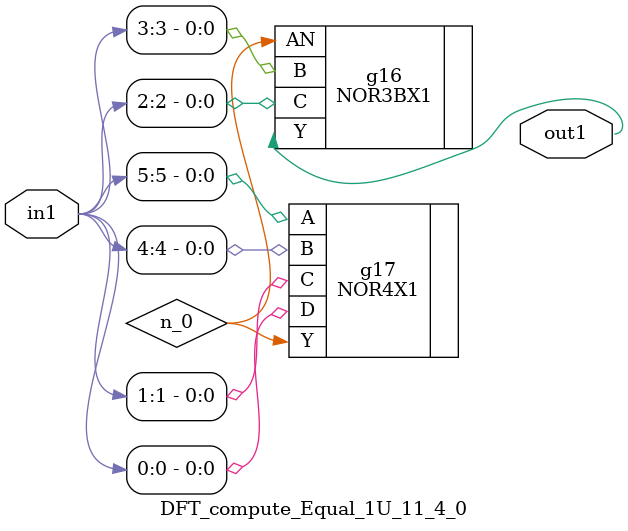
<source format=v>
`timescale 1ps / 1ps


module DFT_compute_Equal_1U_11_4_0(in1, out1);
  input [5:0] in1;
  output out1;
  wire [5:0] in1;
  wire out1;
  wire n_0;
  NOR3BX1 g16(.AN (n_0), .B (in1[3]), .C (in1[2]), .Y (out1));
  NOR4X1 g17(.A (in1[5]), .B (in1[4]), .C (in1[1]), .D (in1[0]), .Y
       (n_0));
endmodule



</source>
